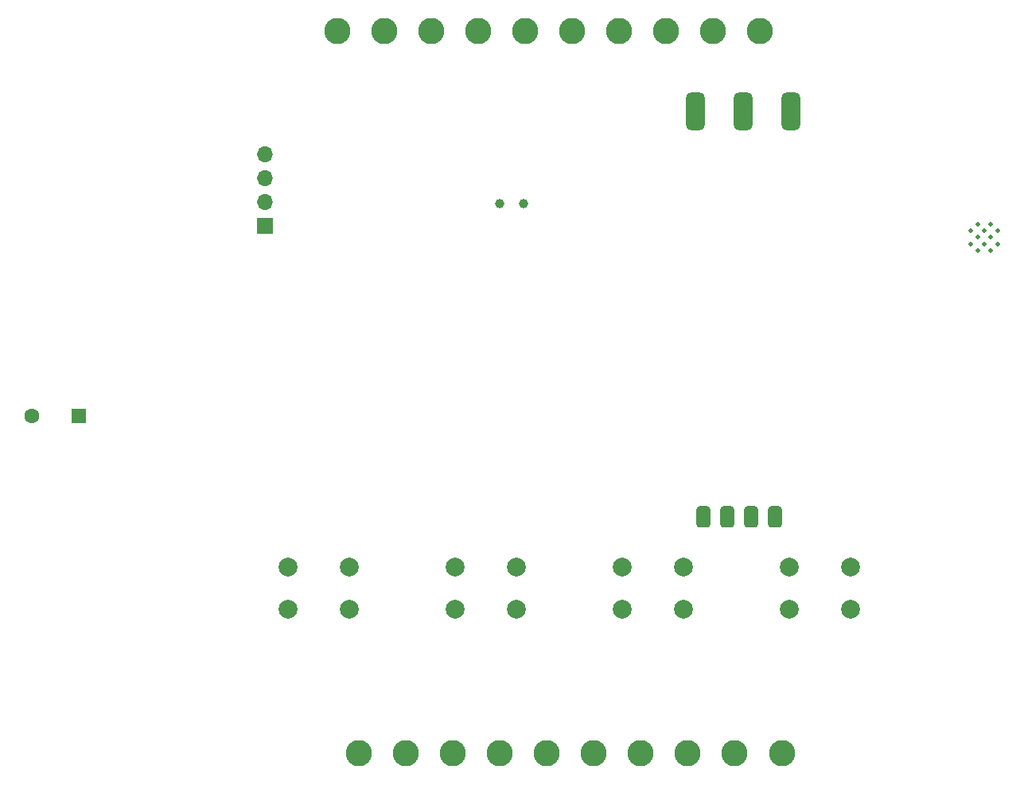
<source format=gbr>
%TF.GenerationSoftware,KiCad,Pcbnew,9.0.5+1*%
%TF.CreationDate,2025-10-19T05:27:58+07:00*%
%TF.ProjectId,TARA_T8X,54415241-5f54-4385-982e-6b696361645f,rev?*%
%TF.SameCoordinates,Original*%
%TF.FileFunction,Soldermask,Bot*%
%TF.FilePolarity,Negative*%
%FSLAX46Y46*%
G04 Gerber Fmt 4.6, Leading zero omitted, Abs format (unit mm)*
G04 Created by KiCad (PCBNEW 9.0.5+1) date 2025-10-19 05:27:58*
%MOMM*%
%LPD*%
G01*
G04 APERTURE LIST*
G04 Aperture macros list*
%AMRoundRect*
0 Rectangle with rounded corners*
0 $1 Rounding radius*
0 $2 $3 $4 $5 $6 $7 $8 $9 X,Y pos of 4 corners*
0 Add a 4 corners polygon primitive as box body*
4,1,4,$2,$3,$4,$5,$6,$7,$8,$9,$2,$3,0*
0 Add four circle primitives for the rounded corners*
1,1,$1+$1,$2,$3*
1,1,$1+$1,$4,$5*
1,1,$1+$1,$6,$7*
1,1,$1+$1,$8,$9*
0 Add four rect primitives between the rounded corners*
20,1,$1+$1,$2,$3,$4,$5,0*
20,1,$1+$1,$4,$5,$6,$7,0*
20,1,$1+$1,$6,$7,$8,$9,0*
20,1,$1+$1,$8,$9,$2,$3,0*%
G04 Aperture macros list end*
%ADD10C,2.000000*%
%ADD11C,0.500000*%
%ADD12C,1.000000*%
%ADD13R,1.700000X1.700000*%
%ADD14O,1.700000X1.700000*%
%ADD15C,2.800000*%
%ADD16R,1.600000X1.600000*%
%ADD17C,1.600000*%
%ADD18RoundRect,0.381000X-0.381000X0.762000X-0.381000X-0.762000X0.381000X-0.762000X0.381000X0.762000X0*%
%ADD19RoundRect,0.500000X-0.500000X1.500000X-0.500000X-1.500000X0.500000X-1.500000X0.500000X1.500000X0*%
G04 APERTURE END LIST*
D10*
%TO.C,S2*%
X126467660Y-108667460D03*
X132967660Y-108667460D03*
X126467660Y-113167460D03*
X132967660Y-113167460D03*
%TD*%
D11*
%TO.C,J2*%
X183490000Y-72145000D03*
X182090000Y-72145000D03*
X184190000Y-72845000D03*
X182790000Y-72845000D03*
X181390000Y-72845000D03*
X183490000Y-73545000D03*
X182090000Y-73545000D03*
X184190000Y-74245000D03*
X182790000Y-74245000D03*
X181390000Y-74245000D03*
X183490000Y-74945000D03*
X182090000Y-74945000D03*
%TD*%
D10*
%TO.C,S4*%
X162027660Y-108667460D03*
X168527660Y-108667460D03*
X162027660Y-113167460D03*
X168527660Y-113167460D03*
%TD*%
D12*
%TO.C,Y1*%
X131230000Y-69995000D03*
X133770000Y-69995000D03*
%TD*%
D13*
%TO.C,J3*%
X106245845Y-72332645D03*
D14*
X106245845Y-69792645D03*
X106245845Y-67252645D03*
X106245845Y-64712645D03*
%TD*%
D10*
%TO.C,S3*%
X144247660Y-108667460D03*
X150747660Y-108667460D03*
X144247660Y-113167460D03*
X150747660Y-113167460D03*
%TD*%
D15*
%TO.C,J4*%
X158950000Y-51625000D03*
X153950000Y-51625000D03*
X148950000Y-51625000D03*
X143950000Y-51625000D03*
X138950000Y-51625000D03*
X133950000Y-51625000D03*
X128950000Y-51625000D03*
X123950000Y-51625000D03*
X118950000Y-51625000D03*
X113950000Y-51625000D03*
%TD*%
D16*
%TO.C,C1*%
X86450000Y-92575000D03*
D17*
X81450000Y-92575000D03*
%TD*%
D15*
%TO.C,J1*%
X116241161Y-128461497D03*
X121241161Y-128461497D03*
X126241161Y-128461497D03*
X131241161Y-128461497D03*
X136241161Y-128461497D03*
X141241161Y-128461497D03*
X146241161Y-128461497D03*
X151241161Y-128461497D03*
X156241161Y-128461497D03*
X161241161Y-128461497D03*
%TD*%
D10*
%TO.C,S1*%
X108687660Y-108667460D03*
X115187660Y-108667460D03*
X108687660Y-113167460D03*
X115187660Y-113167460D03*
%TD*%
D18*
%TO.C,U3*%
X160550000Y-103325000D03*
X158010000Y-103325000D03*
X155470000Y-103325000D03*
X152930000Y-103325000D03*
D19*
X152041000Y-60145000D03*
X157121000Y-60145000D03*
X162201000Y-60145000D03*
%TD*%
M02*

</source>
